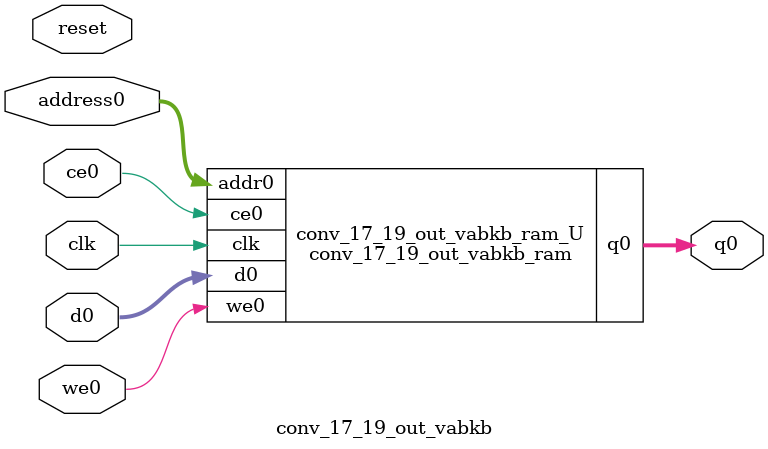
<source format=v>

`timescale 1 ns / 1 ps
module conv_17_19_out_vabkb_ram (addr0, ce0, d0, we0, q0,  clk);

parameter DWIDTH = 16;
parameter AWIDTH = 6;
parameter MEM_SIZE = 64;

input[AWIDTH-1:0] addr0;
input ce0;
input[DWIDTH-1:0] d0;
input we0;
output reg[DWIDTH-1:0] q0;
input clk;

(* ram_style = "block" *)reg [DWIDTH-1:0] ram[0:MEM_SIZE-1];




always @(posedge clk)  
begin 
    if (ce0) 
    begin
        if (we0) 
        begin 
            ram[addr0] <= d0; 
            q0 <= d0;
        end 
        else 
            q0 <= ram[addr0];
    end
end


endmodule


`timescale 1 ns / 1 ps
module conv_17_19_out_vabkb(
    reset,
    clk,
    address0,
    ce0,
    we0,
    d0,
    q0);

parameter DataWidth = 32'd16;
parameter AddressRange = 32'd64;
parameter AddressWidth = 32'd6;
input reset;
input clk;
input[AddressWidth - 1:0] address0;
input ce0;
input we0;
input[DataWidth - 1:0] d0;
output[DataWidth - 1:0] q0;



conv_17_19_out_vabkb_ram conv_17_19_out_vabkb_ram_U(
    .clk( clk ),
    .addr0( address0 ),
    .ce0( ce0 ),
    .d0( d0 ),
    .we0( we0 ),
    .q0( q0 ));

endmodule


</source>
